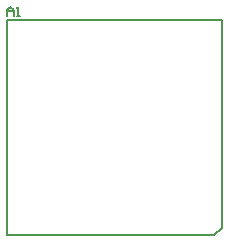
<source format=gto>
G04*
G04 #@! TF.GenerationSoftware,Altium Limited,Altium Designer,19.1.9 (167)*
G04*
G04 Layer_Color=65535*
%FSAX25Y25*%
%MOIN*%
G70*
G01*
G75*
%ADD10C,0.00787*%
%ADD11C,0.00598*%
D10*
X0734705Y3246590D02*
Y3318243D01*
X0806359D01*
X0734705Y3246590D02*
X0803997D01*
X0806359Y3248952D01*
Y3318243D01*
D11*
X0734902Y3319582D02*
Y3321681D01*
X0735952Y3322731D01*
X0737001Y3321681D01*
Y3319582D01*
Y3321156D01*
X0734902D01*
X0738051Y3319582D02*
X0739101D01*
X0738576D01*
Y3322731D01*
X0738051Y3322206D01*
M02*

</source>
